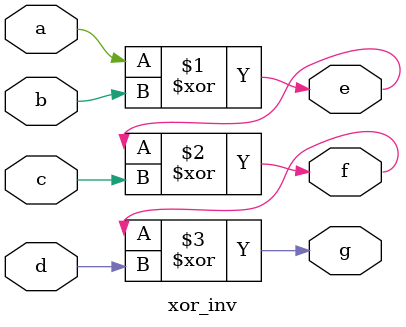
<source format=v>
`timescale 1ns / 1ps
module xor_inv(
input a, b, c, d,
output e, f, g
    );
assign e = a ^ b;
assign f = e ^ c;
assign g = f ^ d;
endmodule
</source>
